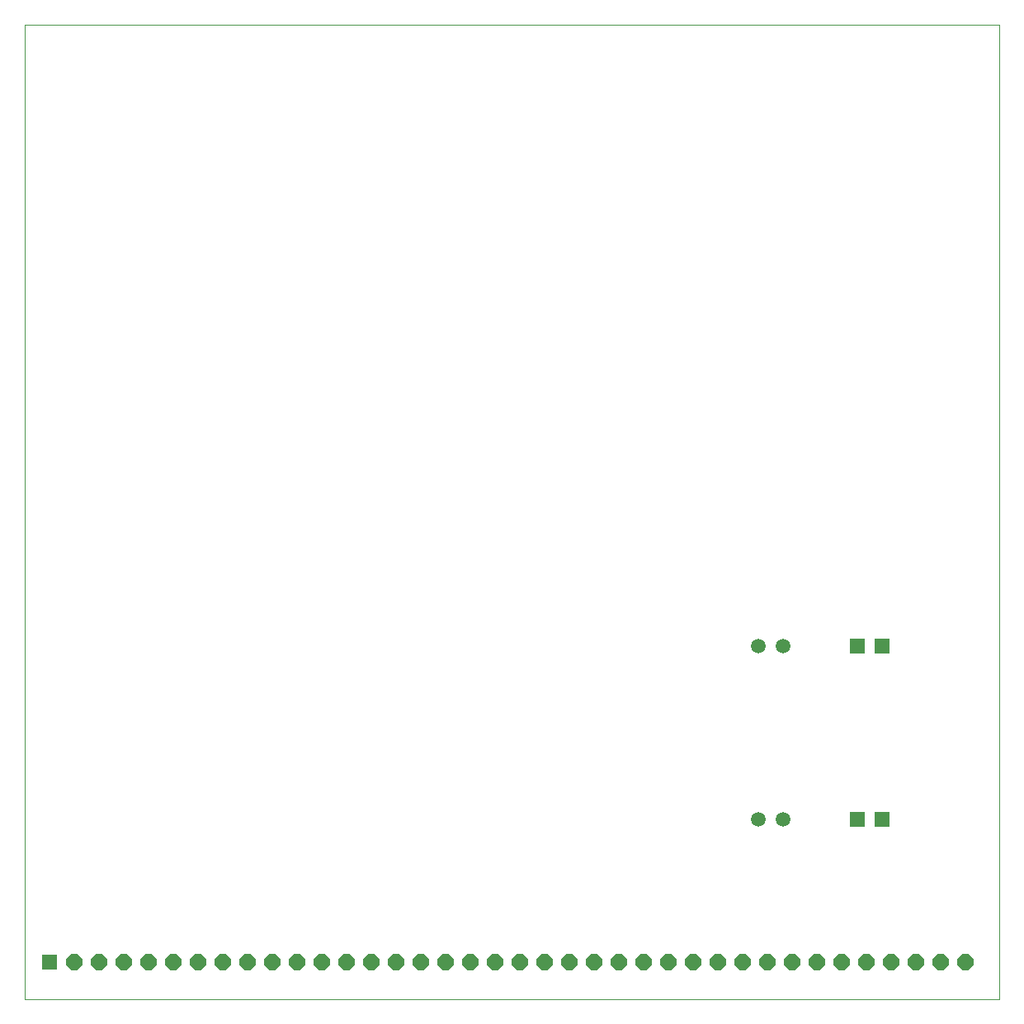
<source format=gbs>
G75*
%MOIN*%
%OFA0B0*%
%FSLAX25Y25*%
%IPPOS*%
%LPD*%
%AMOC8*
5,1,8,0,0,1.08239X$1,22.5*
%
%ADD10C,0.00394*%
%ADD11C,0.05943*%
%ADD12R,0.05943X0.05943*%
%ADD13R,0.06337X0.06337*%
%ADD14OC8,0.06337*%
D10*
X0003350Y0001500D02*
X0397051Y0001500D01*
X0397051Y0395201D01*
X0003350Y0395201D01*
X0003350Y0001500D01*
D11*
X0299600Y0074000D03*
X0309600Y0074000D03*
X0309600Y0144000D03*
X0299600Y0144000D03*
D12*
X0339600Y0144000D03*
X0349600Y0144000D03*
X0349600Y0074000D03*
X0339600Y0074000D03*
D13*
X0013350Y0016500D03*
D14*
X0023350Y0016500D03*
X0033350Y0016500D03*
X0043350Y0016500D03*
X0053350Y0016500D03*
X0063350Y0016500D03*
X0073350Y0016500D03*
X0083350Y0016500D03*
X0093350Y0016500D03*
X0103350Y0016500D03*
X0113350Y0016500D03*
X0123350Y0016500D03*
X0133350Y0016500D03*
X0143350Y0016500D03*
X0153350Y0016500D03*
X0163350Y0016500D03*
X0173350Y0016500D03*
X0183350Y0016500D03*
X0193350Y0016500D03*
X0203350Y0016500D03*
X0213350Y0016500D03*
X0223350Y0016500D03*
X0233350Y0016500D03*
X0243350Y0016500D03*
X0253350Y0016500D03*
X0263350Y0016500D03*
X0273350Y0016500D03*
X0283350Y0016500D03*
X0293350Y0016500D03*
X0303350Y0016500D03*
X0313350Y0016500D03*
X0323350Y0016500D03*
X0333350Y0016500D03*
X0343350Y0016500D03*
X0353350Y0016500D03*
X0363350Y0016500D03*
X0373350Y0016500D03*
X0383350Y0016500D03*
M02*

</source>
